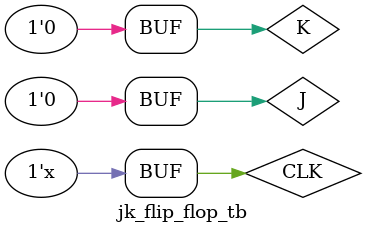
<source format=v>
module jk_flip_flop (
    input J, K, CLK,
    output reg Q, Qbar
);

    always @(posedge CLK)
    begin
        if (J & ~K)
            Q <= 1;
        else if (~J & K)
            Q <= 0;
        else if (J & K)
            Q <= ~Q;
        // No change if both J and K are 0
    end

    assign Qbar = ~Q;

endmodule

`timescale 1ns / 1ns

module jk_flip_flop_tb;
    reg J, K, CLK;
    wire Q, Qbar;

    // Instantiate the JK flip-flop
    jk_flip_flop jk_flip_flop_inst (
        .J(J),
        .K(K),
        .CLK(CLK),
        .Q(Q),
        .Qbar(Qbar)
    );

   
    always #5 CLK = ~CLK; // Toggle clock every 5 time units

    
    initial begin
        J = 0; K = 0; CLK = 0;
        #100;
        J = 1; K = 0; // Set J
        #100; 
        J = 0; K = 1; // Reset J
        #100; 
        J = 1; K = 1; // Toggle
        #100; 
        J = 0; K = 0; // Hold
        #100; 
        
    end

  

endmodule


</source>
